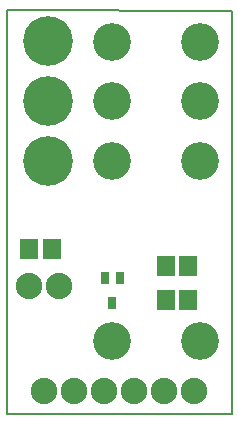
<source format=gbr>
G04 DipTrace 2.4.0.2*
%INbottommask.gbr*%
%MOIN*%
%ADD11C,0.006*%
%ADD37C,0.1261*%
%ADD39R,0.0277X0.0415*%
%ADD41C,0.1655*%
%ADD43C,0.088*%
%ADD47R,0.0592X0.0671*%
%FSLAX44Y44*%
G04*
G70*
G90*
G75*
G01*
%LNBotMask*%
%LPD*%
D47*
X9254Y7752D3*
X10002D3*
X9253Y8878D3*
X10001D3*
D43*
X10191Y4690D3*
X9191D3*
X8191D3*
X7191D3*
X6191D3*
X5191D3*
X5690Y8190D3*
X4690D3*
D41*
X5315Y16379D3*
Y14379D3*
Y12379D3*
D39*
X7209Y8473D3*
X7720D3*
X7465Y7646D3*
D47*
X4692Y9441D3*
X5440D3*
D37*
X7440Y6377D3*
X10393D3*
X7440Y12384D3*
Y14369D3*
Y16353D3*
X10393Y12384D3*
Y14369D3*
Y16353D3*
%LNBoardOutline*%
X3940Y3940D2*
D11*
X11441D1*
Y17379D1*
X3940Y17389D1*
Y3940D1*
M02*

</source>
